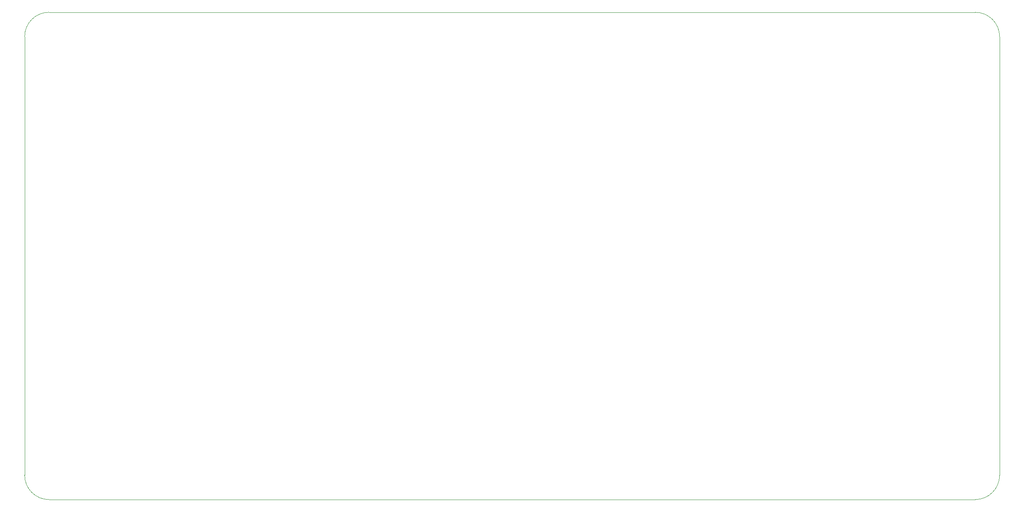
<source format=gko>
G04 #@! TF.FileFunction,Profile,NP*
%FSLAX46Y46*%
G04 Gerber Fmt 4.6, Leading zero omitted, Abs format (unit mm)*
G04 Created by KiCad (PCBNEW (2015-02-20 BZR 5435)-product) date Mon 23 Feb 2015 11:51:58 AM EST*
%MOMM*%
G01*
G04 APERTURE LIST*
%ADD10C,0.100000*%
G04 APERTURE END LIST*
D10*
X220000000Y-155000000D02*
X30000000Y-155000000D01*
X225000000Y-60000000D02*
X225000000Y-150000000D01*
X30000000Y-55000000D02*
X220000000Y-55000000D01*
X25000000Y-150000000D02*
X25000000Y-60000000D01*
X25000000Y-150000000D02*
G75*
G03X30000000Y-155000000I5000000J0D01*
G01*
X220000000Y-155000000D02*
G75*
G03X225000000Y-150000000I0J5000000D01*
G01*
X225000000Y-60000000D02*
G75*
G03X220000000Y-55000000I-5000000J0D01*
G01*
X30000000Y-55000000D02*
G75*
G03X25000000Y-60000000I0J-5000000D01*
G01*
M02*

</source>
